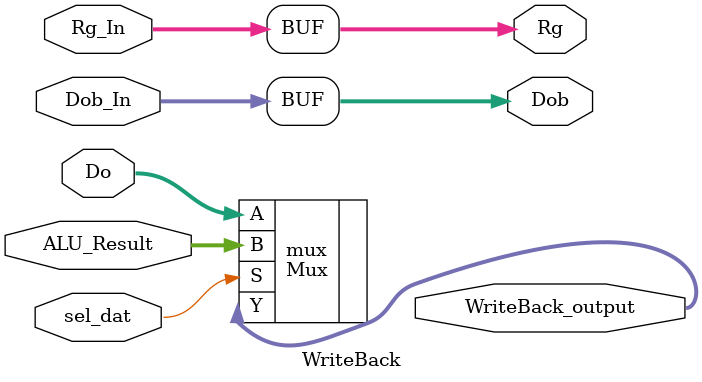
<source format=v>
`timescale 1ns / 1ps
module WriteBack(
    input [31:0] Do,
    input [31:0] ALU_Result,
    input [7:0] Dob_In,
    input [3:0] Rg_In,
    input sel_dat,
	 output wire [3:0] Rg,
    output wire [31:0] WriteBack_output,
    output wire [7:0] Dob
    );

	Mux mux (
		.A(Do), 
		.B(ALU_Result), 
		.S(sel_dat), 
		.Y(WriteBack_output)
	);
	
	assign Dob = Dob_In;
	assign Rg = Rg_In;

endmodule

</source>
